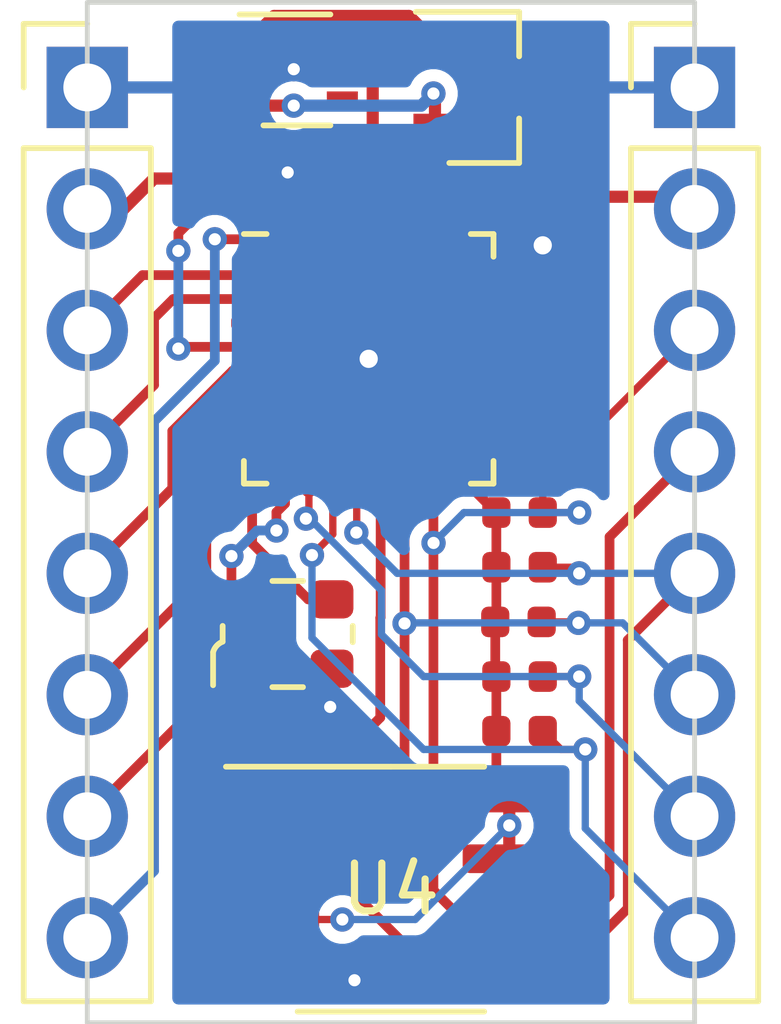
<source format=kicad_pcb>
(kicad_pcb (version 20171130) (host pcbnew "(5.1.6)-1")

  (general
    (thickness 1.6)
    (drawings 4)
    (tracks 217)
    (zones 0)
    (modules 15)
    (nets 18)
  )

  (page A4)
  (layers
    (0 F.Cu signal)
    (31 B.Cu signal)
    (32 B.Adhes user)
    (33 F.Adhes user)
    (34 B.Paste user hide)
    (35 F.Paste user hide)
    (36 B.SilkS user hide)
    (37 F.SilkS user hide)
    (38 B.Mask user hide)
    (39 F.Mask user hide)
    (40 Dwgs.User user hide)
    (41 Cmts.User user hide)
    (42 Eco1.User user hide)
    (43 Eco2.User user hide)
    (44 Edge.Cuts user)
    (45 Margin user hide)
    (46 B.CrtYd user hide)
    (47 F.CrtYd user hide)
    (48 B.Fab user hide)
    (49 F.Fab user hide)
  )

  (setup
    (last_trace_width 0.1524)
    (user_trace_width 0.1524)
    (user_trace_width 0.2032)
    (user_trace_width 0.254)
    (trace_clearance 0.1524)
    (zone_clearance 0.254)
    (zone_45_only yes)
    (trace_min 0.1524)
    (via_size 0.508)
    (via_drill 0.254)
    (via_min_size 0.508)
    (via_min_drill 0.254)
    (user_via 0.508 0.254)
    (user_via 0.635 0.381)
    (uvia_size 0.508)
    (uvia_drill 0.254)
    (uvias_allowed no)
    (uvia_min_size 0.508)
    (uvia_min_drill 0.254)
    (edge_width 0.05)
    (segment_width 0.2)
    (pcb_text_width 0.3)
    (pcb_text_size 1.5 1.5)
    (mod_edge_width 0.12)
    (mod_text_size 1 1)
    (mod_text_width 0.15)
    (pad_size 1.524 1.524)
    (pad_drill 0.762)
    (pad_to_mask_clearance 0.0508)
    (solder_mask_min_width 0.1016)
    (aux_axis_origin 0 0)
    (visible_elements 7FFFFFFF)
    (pcbplotparams
      (layerselection 0x010fc_ffffffff)
      (usegerberextensions false)
      (usegerberattributes true)
      (usegerberadvancedattributes true)
      (creategerberjobfile true)
      (excludeedgelayer true)
      (linewidth 0.100000)
      (plotframeref false)
      (viasonmask false)
      (mode 1)
      (useauxorigin false)
      (hpglpennumber 1)
      (hpglpenspeed 20)
      (hpglpendiameter 15.000000)
      (psnegative false)
      (psa4output false)
      (plotreference true)
      (plotvalue true)
      (plotinvisibletext false)
      (padsonsilk false)
      (subtractmaskfromsilk false)
      (outputformat 1)
      (mirror false)
      (drillshape 0)
      (scaleselection 1)
      (outputdirectory "gerbers/"))
  )

  (net 0 "")
  (net 1 GND)
  (net 2 +3V3)
  (net 3 +1V2)
  (net 4 +2V5)
  (net 5 "Net-(J1-Pad8)")
  (net 6 "Net-(J1-Pad7)")
  (net 7 "Net-(J1-Pad6)")
  (net 8 "Net-(J1-Pad5)")
  (net 9 "Net-(J1-Pad4)")
  (net 10 "Net-(J1-Pad3)")
  (net 11 CDONE)
  (net 12 CRESET)
  (net 13 CS0)
  (net 14 MOSI)
  (net 15 MISO)
  (net 16 SCK)
  (net 17 CLK)

  (net_class Default "This is the default net class."
    (clearance 0.1524)
    (trace_width 0.1524)
    (via_dia 0.508)
    (via_drill 0.254)
    (uvia_dia 0.508)
    (uvia_drill 0.254)
    (diff_pair_width 0.1524)
    (diff_pair_gap 0.1524)
    (add_net +1V2)
    (add_net +2V5)
    (add_net +3V3)
    (add_net CDONE)
    (add_net CLK)
    (add_net CRESET)
    (add_net CS0)
    (add_net GND)
    (add_net MISO)
    (add_net MOSI)
    (add_net "Net-(J1-Pad3)")
    (add_net "Net-(J1-Pad4)")
    (add_net "Net-(J1-Pad5)")
    (add_net "Net-(J1-Pad6)")
    (add_net "Net-(J1-Pad7)")
    (add_net "Net-(J1-Pad8)")
    (add_net SCK)
  )

  (module Capacitor_SMD:C_0402_1005Metric (layer F.Cu) (tedit 5B301BBE) (tstamp 5F7C7D01)
    (at 115.547 50.8)
    (descr "Capacitor SMD 0402 (1005 Metric), square (rectangular) end terminal, IPC_7351 nominal, (Body size source: http://www.tortai-tech.com/upload/download/2011102023233369053.pdf), generated with kicad-footprint-generator")
    (tags capacitor)
    (path /5F9298BA)
    (attr smd)
    (fp_text reference C3 (at 0 -1.17) (layer F.SilkS) hide
      (effects (font (size 1 1) (thickness 0.15)))
    )
    (fp_text value 1uF (at 0.127 0.762) (layer F.Fab) hide
      (effects (font (size 1 1) (thickness 0.15)))
    )
    (fp_line (start 0.93 0.47) (end -0.93 0.47) (layer F.CrtYd) (width 0.05))
    (fp_line (start 0.93 -0.47) (end 0.93 0.47) (layer F.CrtYd) (width 0.05))
    (fp_line (start -0.93 -0.47) (end 0.93 -0.47) (layer F.CrtYd) (width 0.05))
    (fp_line (start -0.93 0.47) (end -0.93 -0.47) (layer F.CrtYd) (width 0.05))
    (fp_line (start 0.5 0.25) (end -0.5 0.25) (layer F.Fab) (width 0.1))
    (fp_line (start 0.5 -0.25) (end 0.5 0.25) (layer F.Fab) (width 0.1))
    (fp_line (start -0.5 -0.25) (end 0.5 -0.25) (layer F.Fab) (width 0.1))
    (fp_line (start -0.5 0.25) (end -0.5 -0.25) (layer F.Fab) (width 0.1))
    (fp_text user %R (at 0 0) (layer F.Fab)
      (effects (font (size 0.25 0.25) (thickness 0.04)))
    )
    (pad 2 smd roundrect (at 0.485 0) (size 0.59 0.64) (layers F.Cu F.Paste F.Mask) (roundrect_rratio 0.25)
      (net 1 GND))
    (pad 1 smd roundrect (at -0.485 0) (size 0.59 0.64) (layers F.Cu F.Paste F.Mask) (roundrect_rratio 0.25)
      (net 2 +3V3))
    (model ${KISYS3DMOD}/Capacitor_SMD.3dshapes/C_0402_1005Metric.wrl
      (at (xyz 0 0 0))
      (scale (xyz 1 1 1))
      (rotate (xyz 0 0 0))
    )
  )

  (module Capacitor_SMD:C_0402_1005Metric (layer F.Cu) (tedit 5B301BBE) (tstamp 5F7BEC48)
    (at 118.133 50.673 180)
    (descr "Capacitor SMD 0402 (1005 Metric), square (rectangular) end terminal, IPC_7351 nominal, (Body size source: http://www.tortai-tech.com/upload/download/2011102023233369053.pdf), generated with kicad-footprint-generator")
    (tags capacitor)
    (path /5F7D9D04)
    (attr smd)
    (fp_text reference C2 (at 0 -1.17) (layer F.SilkS) hide
      (effects (font (size 1 1) (thickness 0.15)))
    )
    (fp_text value 1uF (at 0 1.17) (layer B.Fab) hide
      (effects (font (size 1 1) (thickness 0.15)) (justify mirror))
    )
    (fp_line (start 0.93 0.47) (end -0.93 0.47) (layer F.CrtYd) (width 0.05))
    (fp_line (start 0.93 -0.47) (end 0.93 0.47) (layer F.CrtYd) (width 0.05))
    (fp_line (start -0.93 -0.47) (end 0.93 -0.47) (layer F.CrtYd) (width 0.05))
    (fp_line (start -0.93 0.47) (end -0.93 -0.47) (layer F.CrtYd) (width 0.05))
    (fp_line (start 0.5 0.25) (end -0.5 0.25) (layer F.Fab) (width 0.1))
    (fp_line (start 0.5 -0.25) (end 0.5 0.25) (layer F.Fab) (width 0.1))
    (fp_line (start -0.5 -0.25) (end 0.5 -0.25) (layer F.Fab) (width 0.1))
    (fp_line (start -0.5 0.25) (end -0.5 -0.25) (layer F.Fab) (width 0.1))
    (fp_text user %R (at 0 0) (layer F.Fab)
      (effects (font (size 0.25 0.25) (thickness 0.04)))
    )
    (pad 2 smd roundrect (at 0.485 0 180) (size 0.59 0.64) (layers F.Cu F.Paste F.Mask) (roundrect_rratio 0.25)
      (net 1 GND))
    (pad 1 smd roundrect (at -0.485 0 180) (size 0.59 0.64) (layers F.Cu F.Paste F.Mask) (roundrect_rratio 0.25)
      (net 3 +1V2))
    (model ${KISYS3DMOD}/Capacitor_SMD.3dshapes/C_0402_1005Metric.wrl
      (at (xyz 0 0 0))
      (scale (xyz 1 1 1))
      (rotate (xyz 0 0 0))
    )
  )

  (module Capacitor_SMD:C_0402_1005Metric (layer F.Cu) (tedit 5B301BBE) (tstamp 5F7BEC37)
    (at 122.578 51.181 180)
    (descr "Capacitor SMD 0402 (1005 Metric), square (rectangular) end terminal, IPC_7351 nominal, (Body size source: http://www.tortai-tech.com/upload/download/2011102023233369053.pdf), generated with kicad-footprint-generator")
    (tags capacitor)
    (path /5F7C10FF)
    (attr smd)
    (fp_text reference C1 (at 0 -1.17) (layer F.SilkS) hide
      (effects (font (size 1 1) (thickness 0.15)))
    )
    (fp_text value 1uF (at 0 1.17) (layer F.Fab) hide
      (effects (font (size 1 1) (thickness 0.15)))
    )
    (fp_line (start 0.93 0.47) (end -0.93 0.47) (layer F.CrtYd) (width 0.05))
    (fp_line (start 0.93 -0.47) (end 0.93 0.47) (layer F.CrtYd) (width 0.05))
    (fp_line (start -0.93 -0.47) (end 0.93 -0.47) (layer F.CrtYd) (width 0.05))
    (fp_line (start -0.93 0.47) (end -0.93 -0.47) (layer F.CrtYd) (width 0.05))
    (fp_line (start 0.5 0.25) (end -0.5 0.25) (layer F.Fab) (width 0.1))
    (fp_line (start 0.5 -0.25) (end 0.5 0.25) (layer F.Fab) (width 0.1))
    (fp_line (start -0.5 -0.25) (end 0.5 -0.25) (layer F.Fab) (width 0.1))
    (fp_line (start -0.5 0.25) (end -0.5 -0.25) (layer F.Fab) (width 0.1))
    (fp_text user %R (at 0 0) (layer F.Fab)
      (effects (font (size 0.25 0.25) (thickness 0.04)))
    )
    (pad 2 smd roundrect (at 0.485 0 180) (size 0.59 0.64) (layers F.Cu F.Paste F.Mask) (roundrect_rratio 0.25)
      (net 1 GND))
    (pad 1 smd roundrect (at -0.485 0 180) (size 0.59 0.64) (layers F.Cu F.Paste F.Mask) (roundrect_rratio 0.25)
      (net 2 +3V3))
    (model ${KISYS3DMOD}/Capacitor_SMD.3dshapes/C_0402_1005Metric.wrl
      (at (xyz 0 0 0))
      (scale (xyz 1 1 1))
      (rotate (xyz 0 0 0))
    )
  )

  (module Resistor_SMD:R_0402_1005Metric (layer F.Cu) (tedit 5B301BBD) (tstamp 5F7BECEA)
    (at 121.689 57.785)
    (descr "Resistor SMD 0402 (1005 Metric), square (rectangular) end terminal, IPC_7351 nominal, (Body size source: http://www.tortai-tech.com/upload/download/2011102023233369053.pdf), generated with kicad-footprint-generator")
    (tags resistor)
    (path /5F7DE0BA)
    (attr smd)
    (fp_text reference R5 (at 0 -1.17) (layer F.SilkS) hide
      (effects (font (size 1 1) (thickness 0.15)))
    )
    (fp_text value 10k (at 0 1.17) (layer F.Fab) hide
      (effects (font (size 1 1) (thickness 0.15)))
    )
    (fp_line (start 0.93 0.47) (end -0.93 0.47) (layer F.CrtYd) (width 0.05))
    (fp_line (start 0.93 -0.47) (end 0.93 0.47) (layer F.CrtYd) (width 0.05))
    (fp_line (start -0.93 -0.47) (end 0.93 -0.47) (layer F.CrtYd) (width 0.05))
    (fp_line (start -0.93 0.47) (end -0.93 -0.47) (layer F.CrtYd) (width 0.05))
    (fp_line (start 0.5 0.25) (end -0.5 0.25) (layer F.Fab) (width 0.1))
    (fp_line (start 0.5 -0.25) (end 0.5 0.25) (layer F.Fab) (width 0.1))
    (fp_line (start -0.5 -0.25) (end 0.5 -0.25) (layer F.Fab) (width 0.1))
    (fp_line (start -0.5 0.25) (end -0.5 -0.25) (layer F.Fab) (width 0.1))
    (fp_text user %R (at 0 0) (layer F.Fab)
      (effects (font (size 0.25 0.25) (thickness 0.04)))
    )
    (pad 2 smd roundrect (at 0.485 0) (size 0.59 0.64) (layers F.Cu F.Paste F.Mask) (roundrect_rratio 0.25)
      (net 16 SCK))
    (pad 1 smd roundrect (at -0.485 0) (size 0.59 0.64) (layers F.Cu F.Paste F.Mask) (roundrect_rratio 0.25)
      (net 2 +3V3))
    (model ${KISYS3DMOD}/Resistor_SMD.3dshapes/R_0402_1005Metric.wrl
      (at (xyz 0 0 0))
      (scale (xyz 1 1 1))
      (rotate (xyz 0 0 0))
    )
  )

  (module Resistor_SMD:R_0402_1005Metric (layer F.Cu) (tedit 5B301BBD) (tstamp 5F7BECD9)
    (at 121.689 58.928)
    (descr "Resistor SMD 0402 (1005 Metric), square (rectangular) end terminal, IPC_7351 nominal, (Body size source: http://www.tortai-tech.com/upload/download/2011102023233369053.pdf), generated with kicad-footprint-generator")
    (tags resistor)
    (path /5F7DEE74)
    (attr smd)
    (fp_text reference R4 (at 0 -1.17) (layer F.SilkS) hide
      (effects (font (size 1 1) (thickness 0.15)))
    )
    (fp_text value 10k (at 0 1.17) (layer F.Fab) hide
      (effects (font (size 1 1) (thickness 0.15)))
    )
    (fp_line (start 0.93 0.47) (end -0.93 0.47) (layer F.CrtYd) (width 0.05))
    (fp_line (start 0.93 -0.47) (end 0.93 0.47) (layer F.CrtYd) (width 0.05))
    (fp_line (start -0.93 -0.47) (end 0.93 -0.47) (layer F.CrtYd) (width 0.05))
    (fp_line (start -0.93 0.47) (end -0.93 -0.47) (layer F.CrtYd) (width 0.05))
    (fp_line (start 0.5 0.25) (end -0.5 0.25) (layer F.Fab) (width 0.1))
    (fp_line (start 0.5 -0.25) (end 0.5 0.25) (layer F.Fab) (width 0.1))
    (fp_line (start -0.5 -0.25) (end 0.5 -0.25) (layer F.Fab) (width 0.1))
    (fp_line (start -0.5 0.25) (end -0.5 -0.25) (layer F.Fab) (width 0.1))
    (fp_text user %R (at 0 0) (layer F.Fab)
      (effects (font (size 0.25 0.25) (thickness 0.04)))
    )
    (pad 2 smd roundrect (at 0.485 0) (size 0.59 0.64) (layers F.Cu F.Paste F.Mask) (roundrect_rratio 0.25)
      (net 14 MOSI))
    (pad 1 smd roundrect (at -0.485 0) (size 0.59 0.64) (layers F.Cu F.Paste F.Mask) (roundrect_rratio 0.25)
      (net 2 +3V3))
    (model ${KISYS3DMOD}/Resistor_SMD.3dshapes/R_0402_1005Metric.wrl
      (at (xyz 0 0 0))
      (scale (xyz 1 1 1))
      (rotate (xyz 0 0 0))
    )
  )

  (module Resistor_SMD:R_0402_1005Metric (layer F.Cu) (tedit 5B301BBD) (tstamp 5F7BECC8)
    (at 121.666 60.071)
    (descr "Resistor SMD 0402 (1005 Metric), square (rectangular) end terminal, IPC_7351 nominal, (Body size source: http://www.tortai-tech.com/upload/download/2011102023233369053.pdf), generated with kicad-footprint-generator")
    (tags resistor)
    (path /5F7DF16B)
    (attr smd)
    (fp_text reference R3 (at 0 -1.17) (layer F.SilkS) hide
      (effects (font (size 1 1) (thickness 0.15)))
    )
    (fp_text value 10k (at 0 1.17) (layer F.Fab) hide
      (effects (font (size 1 1) (thickness 0.15)))
    )
    (fp_line (start 0.93 0.47) (end -0.93 0.47) (layer F.CrtYd) (width 0.05))
    (fp_line (start 0.93 -0.47) (end 0.93 0.47) (layer F.CrtYd) (width 0.05))
    (fp_line (start -0.93 -0.47) (end 0.93 -0.47) (layer F.CrtYd) (width 0.05))
    (fp_line (start -0.93 0.47) (end -0.93 -0.47) (layer F.CrtYd) (width 0.05))
    (fp_line (start 0.5 0.25) (end -0.5 0.25) (layer F.Fab) (width 0.1))
    (fp_line (start 0.5 -0.25) (end 0.5 0.25) (layer F.Fab) (width 0.1))
    (fp_line (start -0.5 -0.25) (end 0.5 -0.25) (layer F.Fab) (width 0.1))
    (fp_line (start -0.5 0.25) (end -0.5 -0.25) (layer F.Fab) (width 0.1))
    (fp_text user %R (at 0 0) (layer F.Fab)
      (effects (font (size 0.25 0.25) (thickness 0.04)))
    )
    (pad 2 smd roundrect (at 0.485 0) (size 0.59 0.64) (layers F.Cu F.Paste F.Mask) (roundrect_rratio 0.25)
      (net 13 CS0))
    (pad 1 smd roundrect (at -0.485 0) (size 0.59 0.64) (layers F.Cu F.Paste F.Mask) (roundrect_rratio 0.25)
      (net 2 +3V3))
    (model ${KISYS3DMOD}/Resistor_SMD.3dshapes/R_0402_1005Metric.wrl
      (at (xyz 0 0 0))
      (scale (xyz 1 1 1))
      (rotate (xyz 0 0 0))
    )
  )

  (module Resistor_SMD:R_0402_1005Metric (layer F.Cu) (tedit 5B301BBD) (tstamp 5F7BECB7)
    (at 121.689 62.357)
    (descr "Resistor SMD 0402 (1005 Metric), square (rectangular) end terminal, IPC_7351 nominal, (Body size source: http://www.tortai-tech.com/upload/download/2011102023233369053.pdf), generated with kicad-footprint-generator")
    (tags resistor)
    (path /5F7E9E4E)
    (attr smd)
    (fp_text reference R2 (at 0 -1.17) (layer F.SilkS) hide
      (effects (font (size 1 1) (thickness 0.15)))
    )
    (fp_text value 10k (at 0 1.17) (layer F.Fab) hide
      (effects (font (size 1 1) (thickness 0.15)))
    )
    (fp_line (start 0.93 0.47) (end -0.93 0.47) (layer F.CrtYd) (width 0.05))
    (fp_line (start 0.93 -0.47) (end 0.93 0.47) (layer F.CrtYd) (width 0.05))
    (fp_line (start -0.93 -0.47) (end 0.93 -0.47) (layer F.CrtYd) (width 0.05))
    (fp_line (start -0.93 0.47) (end -0.93 -0.47) (layer F.CrtYd) (width 0.05))
    (fp_line (start 0.5 0.25) (end -0.5 0.25) (layer F.Fab) (width 0.1))
    (fp_line (start 0.5 -0.25) (end 0.5 0.25) (layer F.Fab) (width 0.1))
    (fp_line (start -0.5 -0.25) (end 0.5 -0.25) (layer F.Fab) (width 0.1))
    (fp_line (start -0.5 0.25) (end -0.5 -0.25) (layer F.Fab) (width 0.1))
    (fp_text user %R (at 0 0) (layer F.Fab)
      (effects (font (size 0.25 0.25) (thickness 0.04)))
    )
    (pad 2 smd roundrect (at 0.485 0) (size 0.59 0.64) (layers F.Cu F.Paste F.Mask) (roundrect_rratio 0.25)
      (net 11 CDONE))
    (pad 1 smd roundrect (at -0.485 0) (size 0.59 0.64) (layers F.Cu F.Paste F.Mask) (roundrect_rratio 0.25)
      (net 2 +3V3))
    (model ${KISYS3DMOD}/Resistor_SMD.3dshapes/R_0402_1005Metric.wrl
      (at (xyz 0 0 0))
      (scale (xyz 1 1 1))
      (rotate (xyz 0 0 0))
    )
  )

  (module Resistor_SMD:R_0402_1005Metric (layer F.Cu) (tedit 5B301BBD) (tstamp 5F7BECA6)
    (at 121.689 61.214)
    (descr "Resistor SMD 0402 (1005 Metric), square (rectangular) end terminal, IPC_7351 nominal, (Body size source: http://www.tortai-tech.com/upload/download/2011102023233369053.pdf), generated with kicad-footprint-generator")
    (tags resistor)
    (path /5F7E9495)
    (attr smd)
    (fp_text reference R1 (at 0 -1.17) (layer F.SilkS) hide
      (effects (font (size 1 1) (thickness 0.15)))
    )
    (fp_text value 10k (at 0 1.17) (layer F.Fab) hide
      (effects (font (size 1 1) (thickness 0.15)))
    )
    (fp_line (start 0.93 0.47) (end -0.93 0.47) (layer F.CrtYd) (width 0.05))
    (fp_line (start 0.93 -0.47) (end 0.93 0.47) (layer F.CrtYd) (width 0.05))
    (fp_line (start -0.93 -0.47) (end 0.93 -0.47) (layer F.CrtYd) (width 0.05))
    (fp_line (start -0.93 0.47) (end -0.93 -0.47) (layer F.CrtYd) (width 0.05))
    (fp_line (start 0.5 0.25) (end -0.5 0.25) (layer F.Fab) (width 0.1))
    (fp_line (start 0.5 -0.25) (end 0.5 0.25) (layer F.Fab) (width 0.1))
    (fp_line (start -0.5 -0.25) (end 0.5 -0.25) (layer F.Fab) (width 0.1))
    (fp_line (start -0.5 0.25) (end -0.5 -0.25) (layer F.Fab) (width 0.1))
    (fp_text user %R (at 0 0) (layer F.Fab)
      (effects (font (size 0.25 0.25) (thickness 0.04)))
    )
    (pad 2 smd roundrect (at 0.485 0) (size 0.59 0.64) (layers F.Cu F.Paste F.Mask) (roundrect_rratio 0.25)
      (net 12 CRESET))
    (pad 1 smd roundrect (at -0.485 0) (size 0.59 0.64) (layers F.Cu F.Paste F.Mask) (roundrect_rratio 0.25)
      (net 2 +3V3))
    (model ${KISYS3DMOD}/Resistor_SMD.3dshapes/R_0402_1005Metric.wrl
      (at (xyz 0 0 0))
      (scale (xyz 1 1 1))
      (rotate (xyz 0 0 0))
    )
  )

  (module nezbyte:SOIC-8_3.9x4.9mm_P1.27mm (layer F.Cu) (tedit 5D9F72B1) (tstamp 5F7BED86)
    (at 118.999 65.659)
    (descr "SOIC, 8 Pin (JEDEC MS-012AA, https://www.analog.com/media/en/package-pcb-resources/package/pkg_pdf/soic_narrow-r/r_8.pdf), generated with kicad-footprint-generator ipc_gullwing_generator.py")
    (tags "SOIC SO")
    (path /5F7BB7E9)
    (attr smd)
    (fp_text reference U4 (at 0 0) (layer F.SilkS)
      (effects (font (size 1 1) (thickness 0.15)))
    )
    (fp_text value W25X10CLSNIG (at 0 3.4) (layer F.Fab) hide
      (effects (font (size 1 1) (thickness 0.15)))
    )
    (fp_line (start 0 2.56) (end 1.95 2.56) (layer F.SilkS) (width 0.12))
    (fp_line (start 0 2.56) (end -1.95 2.56) (layer F.SilkS) (width 0.12))
    (fp_line (start 0 -2.56) (end 1.95 -2.56) (layer F.SilkS) (width 0.12))
    (fp_line (start 0 -2.56) (end -3.45 -2.56) (layer F.SilkS) (width 0.12))
    (fp_line (start -0.975 -2.45) (end 1.95 -2.45) (layer F.Fab) (width 0.1))
    (fp_line (start 1.95 -2.45) (end 1.95 2.45) (layer F.Fab) (width 0.1))
    (fp_line (start 1.95 2.45) (end -1.95 2.45) (layer F.Fab) (width 0.1))
    (fp_line (start -1.95 2.45) (end -1.95 -1.475) (layer F.Fab) (width 0.1))
    (fp_line (start -1.95 -1.475) (end -0.975 -2.45) (layer F.Fab) (width 0.1))
    (fp_line (start -3.7 -2.7) (end -3.7 2.7) (layer F.CrtYd) (width 0.05))
    (fp_line (start -3.7 2.7) (end 3.7 2.7) (layer F.CrtYd) (width 0.05))
    (fp_line (start 3.7 2.7) (end 3.7 -2.7) (layer F.CrtYd) (width 0.05))
    (fp_line (start 3.7 -2.7) (end -3.7 -2.7) (layer F.CrtYd) (width 0.05))
    (fp_text user %R (at 0 0) (layer F.Fab)
      (effects (font (size 0.98 0.98) (thickness 0.15)))
    )
    (pad 8 smd roundrect (at 2.475 -1.905) (size 1.95 0.6) (layers F.Cu F.Paste F.Mask) (roundrect_rratio 0.25)
      (net 2 +3V3))
    (pad 7 smd roundrect (at 2.475 -0.635) (size 1.95 0.6) (layers F.Cu F.Paste F.Mask) (roundrect_rratio 0.25)
      (net 2 +3V3))
    (pad 6 smd roundrect (at 2.475 0.635) (size 1.95 0.6) (layers F.Cu F.Paste F.Mask) (roundrect_rratio 0.25)
      (net 16 SCK))
    (pad 5 smd roundrect (at 2.475 1.905) (size 1.95 0.6) (layers F.Cu F.Paste F.Mask) (roundrect_rratio 0.25)
      (net 14 MOSI))
    (pad 4 smd roundrect (at -2.475 1.905) (size 1.95 0.6) (layers F.Cu F.Paste F.Mask) (roundrect_rratio 0.25)
      (net 1 GND))
    (pad 3 smd roundrect (at -2.475 0.635) (size 1.95 0.6) (layers F.Cu F.Paste F.Mask) (roundrect_rratio 0.25)
      (net 2 +3V3))
    (pad 2 smd roundrect (at -2.475 -0.635) (size 1.95 0.6) (layers F.Cu F.Paste F.Mask) (roundrect_rratio 0.25)
      (net 15 MISO))
    (pad 1 smd roundrect (at -2.475 -1.905) (size 1.95 0.6) (layers F.Cu F.Paste F.Mask) (roundrect_rratio 0.25)
      (net 13 CS0))
    (model ${KISYS3DMOD}/Package_SO.3dshapes/SOIC-8_3.9x4.9mm_P1.27mm.wrl
      (at (xyz 0 0 0))
      (scale (xyz 1 1 1))
      (rotate (xyz 0 0 0))
    )
  )

  (module nezbyte:QFN-32-1EP_5x5mm_P0.5mm_EP3.1x3.1mm (layer F.Cu) (tedit 5DC5F6A4) (tstamp 5F7BED6C)
    (at 118.534 54.57)
    (descr "QFN, 32 Pin (http://ww1.microchip.com/downloads/en/DeviceDoc/8008S.pdf#page=20), generated with kicad-footprint-generator ipc_noLead_generator.py")
    (tags "QFN NoLead")
    (path /5F7B8898)
    (attr smd)
    (fp_text reference U3 (at 0 -3.82) (layer F.SilkS) hide
      (effects (font (size 1 1) (thickness 0.15)))
    )
    (fp_text value ICE40LP384-SG32 (at 0 3.82) (layer F.Fab) hide
      (effects (font (size 1 1) (thickness 0.15)))
    )
    (fp_line (start 2.135 -2.61) (end 2.61 -2.61) (layer F.SilkS) (width 0.12))
    (fp_line (start 2.61 -2.61) (end 2.61 -2.135) (layer F.SilkS) (width 0.12))
    (fp_line (start -2.135 2.61) (end -2.61 2.61) (layer F.SilkS) (width 0.12))
    (fp_line (start -2.61 2.61) (end -2.61 2.135) (layer F.SilkS) (width 0.12))
    (fp_line (start 2.135 2.61) (end 2.61 2.61) (layer F.SilkS) (width 0.12))
    (fp_line (start 2.61 2.61) (end 2.61 2.135) (layer F.SilkS) (width 0.12))
    (fp_line (start -2.135 -2.61) (end -2.61 -2.61) (layer F.SilkS) (width 0.12))
    (fp_line (start -1.5 -2.5) (end 2.5 -2.5) (layer F.Fab) (width 0.1))
    (fp_line (start 2.5 -2.5) (end 2.5 2.5) (layer F.Fab) (width 0.1))
    (fp_line (start 2.5 2.5) (end -2.5 2.5) (layer F.Fab) (width 0.1))
    (fp_line (start -2.5 2.5) (end -2.5 -1.5) (layer F.Fab) (width 0.1))
    (fp_line (start -2.5 -1.5) (end -1.5 -2.5) (layer F.Fab) (width 0.1))
    (fp_line (start -3.12 -3.12) (end -3.12 3.12) (layer F.CrtYd) (width 0.05))
    (fp_line (start -3.12 3.12) (end 3.12 3.12) (layer F.CrtYd) (width 0.05))
    (fp_line (start 3.12 3.12) (end 3.12 -3.12) (layer F.CrtYd) (width 0.05))
    (fp_line (start 3.12 -3.12) (end -3.12 -3.12) (layer F.CrtYd) (width 0.05))
    (fp_text user %R (at 0 0) (layer F.Fab)
      (effects (font (size 1 1) (thickness 0.15)))
    )
    (pad "" smd roundrect (at 1.03 1.03) (size 0.83 0.83) (layers F.Paste) (roundrect_rratio 0.25))
    (pad "" smd roundrect (at 1.03 0) (size 0.83 0.83) (layers F.Paste) (roundrect_rratio 0.25))
    (pad "" smd roundrect (at 1.03 -1.03) (size 0.83 0.83) (layers F.Paste) (roundrect_rratio 0.25))
    (pad "" smd roundrect (at 0 1.03) (size 0.83 0.83) (layers F.Paste) (roundrect_rratio 0.25))
    (pad "" smd roundrect (at 0 0) (size 0.83 0.83) (layers F.Paste) (roundrect_rratio 0.25))
    (pad "" smd roundrect (at 0 -1.03) (size 0.83 0.83) (layers F.Paste) (roundrect_rratio 0.25))
    (pad "" smd roundrect (at -1.03 1.03) (size 0.83 0.83) (layers F.Paste) (roundrect_rratio 0.25))
    (pad "" smd roundrect (at -1.03 0) (size 0.83 0.83) (layers F.Paste) (roundrect_rratio 0.25))
    (pad "" smd roundrect (at -1.03 -1.03) (size 0.83 0.83) (layers F.Paste) (roundrect_rratio 0.25))
    (pad 33 smd rect (at 0 0) (size 3.1 3.1) (layers F.Cu F.Mask)
      (net 1 GND))
    (pad 32 smd roundrect (at -1.75 -2.4375) (size 0.25 0.875) (layers F.Cu F.Paste F.Mask) (roundrect_rratio 0.25)
      (net 5 "Net-(J1-Pad8)"))
    (pad 31 smd roundrect (at -1.25 -2.4375) (size 0.25 0.875) (layers F.Cu F.Paste F.Mask) (roundrect_rratio 0.25))
    (pad 30 smd roundrect (at -0.75 -2.4375) (size 0.25 0.875) (layers F.Cu F.Paste F.Mask) (roundrect_rratio 0.25))
    (pad 29 smd roundrect (at -0.25 -2.4375) (size 0.25 0.875) (layers F.Cu F.Paste F.Mask) (roundrect_rratio 0.25))
    (pad 28 smd roundrect (at 0.25 -2.4375) (size 0.25 0.875) (layers F.Cu F.Paste F.Mask) (roundrect_rratio 0.25)
      (net 2 +3V3))
    (pad 27 smd roundrect (at 0.75 -2.4375) (size 0.25 0.875) (layers F.Cu F.Paste F.Mask) (roundrect_rratio 0.25))
    (pad 26 smd roundrect (at 1.25 -2.4375) (size 0.25 0.875) (layers F.Cu F.Paste F.Mask) (roundrect_rratio 0.25))
    (pad 25 smd roundrect (at 1.75 -2.4375) (size 0.25 0.875) (layers F.Cu F.Paste F.Mask) (roundrect_rratio 0.25)
      (net 3 +1V2))
    (pad 24 smd roundrect (at 2.4375 -1.75) (size 0.875 0.25) (layers F.Cu F.Paste F.Mask) (roundrect_rratio 0.25)
      (net 4 +2V5))
    (pad 23 smd roundrect (at 2.4375 -1.25) (size 0.875 0.25) (layers F.Cu F.Paste F.Mask) (roundrect_rratio 0.25))
    (pad 22 smd roundrect (at 2.4375 -0.75) (size 0.875 0.25) (layers F.Cu F.Paste F.Mask) (roundrect_rratio 0.25))
    (pad 21 smd roundrect (at 2.4375 -0.25) (size 0.875 0.25) (layers F.Cu F.Paste F.Mask) (roundrect_rratio 0.25)
      (net 1 GND))
    (pad 20 smd roundrect (at 2.4375 0.25) (size 0.875 0.25) (layers F.Cu F.Paste F.Mask) (roundrect_rratio 0.25))
    (pad 19 smd roundrect (at 2.4375 0.75) (size 0.875 0.25) (layers F.Cu F.Paste F.Mask) (roundrect_rratio 0.25))
    (pad 18 smd roundrect (at 2.4375 1.25) (size 0.875 0.25) (layers F.Cu F.Paste F.Mask) (roundrect_rratio 0.25))
    (pad 17 smd roundrect (at 2.4375 1.75) (size 0.875 0.25) (layers F.Cu F.Paste F.Mask) (roundrect_rratio 0.25)
      (net 2 +3V3))
    (pad 16 smd roundrect (at 1.75 2.4375) (size 0.25 0.875) (layers F.Cu F.Paste F.Mask) (roundrect_rratio 0.25)
      (net 2 +3V3))
    (pad 15 smd roundrect (at 1.25 2.4375) (size 0.25 0.875) (layers F.Cu F.Paste F.Mask) (roundrect_rratio 0.25)
      (net 16 SCK))
    (pad 14 smd roundrect (at 0.75 2.4375) (size 0.25 0.875) (layers F.Cu F.Paste F.Mask) (roundrect_rratio 0.25)
      (net 13 CS0))
    (pad 13 smd roundrect (at 0.25 2.4375) (size 0.25 0.875) (layers F.Cu F.Paste F.Mask) (roundrect_rratio 0.25)
      (net 15 MISO))
    (pad 12 smd roundrect (at -0.25 2.4375) (size 0.25 0.875) (layers F.Cu F.Paste F.Mask) (roundrect_rratio 0.25)
      (net 14 MOSI))
    (pad 11 smd roundrect (at -0.75 2.4375) (size 0.25 0.875) (layers F.Cu F.Paste F.Mask) (roundrect_rratio 0.25)
      (net 11 CDONE))
    (pad 10 smd roundrect (at -1.25 2.4375) (size 0.25 0.875) (layers F.Cu F.Paste F.Mask) (roundrect_rratio 0.25)
      (net 12 CRESET))
    (pad 9 smd roundrect (at -1.75 2.4375) (size 0.25 0.875) (layers F.Cu F.Paste F.Mask) (roundrect_rratio 0.25)
      (net 2 +3V3))
    (pad 8 smd roundrect (at -2.4375 1.75) (size 0.875 0.25) (layers F.Cu F.Paste F.Mask) (roundrect_rratio 0.25)
      (net 17 CLK))
    (pad 7 smd roundrect (at -2.4375 1.25) (size 0.875 0.25) (layers F.Cu F.Paste F.Mask) (roundrect_rratio 0.25)
      (net 6 "Net-(J1-Pad7)"))
    (pad 6 smd roundrect (at -2.4375 0.75) (size 0.875 0.25) (layers F.Cu F.Paste F.Mask) (roundrect_rratio 0.25)
      (net 7 "Net-(J1-Pad6)"))
    (pad 5 smd roundrect (at -2.4375 0.25) (size 0.875 0.25) (layers F.Cu F.Paste F.Mask) (roundrect_rratio 0.25)
      (net 8 "Net-(J1-Pad5)"))
    (pad 4 smd roundrect (at -2.4375 -0.25) (size 0.875 0.25) (layers F.Cu F.Paste F.Mask) (roundrect_rratio 0.25)
      (net 2 +3V3))
    (pad 3 smd roundrect (at -2.4375 -0.75) (size 0.875 0.25) (layers F.Cu F.Paste F.Mask) (roundrect_rratio 0.25)
      (net 1 GND))
    (pad 2 smd roundrect (at -2.4375 -1.25) (size 0.875 0.25) (layers F.Cu F.Paste F.Mask) (roundrect_rratio 0.25)
      (net 9 "Net-(J1-Pad4)"))
    (pad 1 smd roundrect (at -2.4375 -1.75) (size 0.875 0.25) (layers F.Cu F.Paste F.Mask) (roundrect_rratio 0.25)
      (net 10 "Net-(J1-Pad3)"))
    (model ${KISYS3DMOD}/Package_DFN_QFN.3dshapes/QFN-32-1EP_5x5mm_P0.5mm_EP3.1x3.1mm.wrl
      (at (xyz 0 0 0))
      (scale (xyz 1 1 1))
      (rotate (xyz 0 0 0))
    )
  )

  (module nezbyte:Oscillator_SMD_ECS_2520MV-xxx-xx-4Pin_2.5x2.0mm (layer F.Cu) (tedit 5C2B7AE4) (tstamp 5F7BED2D)
    (at 116.84 60.325 90)
    (descr "Miniature Crystal Clock Oscillator ECS 2520MV series, https://www.ecsxtal.com/store/pdf/ECS-2520MV.pdf")
    (tags "Miniature Crystal Clock Oscillator ECS 2520MV series SMD SMT HCMOS")
    (path /5F7BF0C9)
    (attr smd)
    (fp_text reference U2 (at 2.032 0) (layer F.SilkS) hide
      (effects (font (size 1 1) (thickness 0.15)))
    )
    (fp_text value ECS-TXO-2520-33-250-AN-TR (at 0 2.5 -90) (layer F.Fab) hide
      (effects (font (size 1 1) (thickness 0.15)))
    )
    (fp_line (start -1 -0.75) (end -1 1.25) (layer F.Fab) (width 0.1))
    (fp_line (start 1 -1.25) (end 1 1.25) (layer F.Fab) (width 0.1))
    (fp_line (start -0.5 -1.25) (end 1 -1.25) (layer F.Fab) (width 0.1))
    (fp_line (start -1 1.25) (end 1 1.25) (layer F.Fab) (width 0.1))
    (fp_line (start -1 -0.75) (end -0.5 -1.25) (layer F.Fab) (width 0.1))
    (fp_line (start -0.17 1.36) (end 0.17 1.36) (layer F.SilkS) (width 0.12))
    (fp_line (start -0.16 -1.36) (end 0.17 -1.36) (layer F.SilkS) (width 0.12))
    (fp_line (start 1.11 0.32) (end 1.11 -0.32) (layer F.SilkS) (width 0.12))
    (fp_line (start -1.11 0.32) (end -1.11 -0.32) (layer F.SilkS) (width 0.12))
    (fp_line (start -0.38 -1.56) (end -1.07 -1.56) (layer F.SilkS) (width 0.12))
    (fp_line (start 1.38 -1.63) (end 1.38 1.63) (layer F.CrtYd) (width 0.05))
    (fp_line (start -1.38 1.63) (end 1.38 1.63) (layer F.CrtYd) (width 0.05))
    (fp_line (start -1.38 -1.63) (end -1.38 1.63) (layer F.CrtYd) (width 0.05))
    (fp_line (start -1.38 -1.63) (end 1.38 -1.63) (layer F.CrtYd) (width 0.05))
    (fp_arc (start -0.47 -1.24) (end -0.16 -1.36) (angle -53.13010235) (layer F.SilkS) (width 0.12))
    (fp_text user %R (at 0 0 180) (layer F.Fab)
      (effects (font (size 0.5 0.5) (thickness 0.075)))
    )
    (pad 3 smd roundrect (at 0.725 0.925 90) (size 0.8 0.9) (layers F.Cu F.Paste F.Mask) (roundrect_rratio 0.25)
      (net 17 CLK))
    (pad 2 smd roundrect (at -0.725 0.925 90) (size 0.8 0.9) (layers F.Cu F.Paste F.Mask) (roundrect_rratio 0.25)
      (net 1 GND))
    (pad 4 smd roundrect (at 0.725 -0.925 90) (size 0.8 0.9) (layers F.Cu F.Paste F.Mask) (roundrect_rratio 0.25)
      (net 2 +3V3))
    (pad 1 smd roundrect (at -0.725 -0.925 90) (size 0.8 0.9) (layers F.Cu F.Paste F.Mask) (roundrect_rratio 0.25))
    (model ${KISYS3DMOD}/Oscillator.3dshapes/Oscillator_SMD_ECS_2520MV-xxx-xx-4Pin_2.5x2.0mm.wrl
      (at (xyz 0 0 0))
      (scale (xyz 1 1 1))
      (rotate (xyz 0 0 0))
    )
  )

  (module nezbyte:SOT-353_SC-70-5 (layer F.Cu) (tedit 5A02FF57) (tstamp 5F7BED15)
    (at 117.033 48.529)
    (descr "SOT-353, SC-70-5")
    (tags "SOT-353 SC-70-5")
    (path /5F7BB1CA)
    (attr smd)
    (fp_text reference U1 (at 0 -2) (layer F.SilkS) hide
      (effects (font (size 1 1) (thickness 0.15)))
    )
    (fp_text value MIC5365-1.2YC5-TR (at 0 2 180) (layer F.Fab) hide
      (effects (font (size 1 1) (thickness 0.15)))
    )
    (fp_line (start 0.7 -1.16) (end -1.2 -1.16) (layer F.SilkS) (width 0.12))
    (fp_line (start -0.7 1.16) (end 0.7 1.16) (layer F.SilkS) (width 0.12))
    (fp_line (start 1.6 1.4) (end 1.6 -1.4) (layer F.CrtYd) (width 0.05))
    (fp_line (start -1.6 -1.4) (end -1.6 1.4) (layer F.CrtYd) (width 0.05))
    (fp_line (start -1.6 -1.4) (end 1.6 -1.4) (layer F.CrtYd) (width 0.05))
    (fp_line (start 0.675 -1.1) (end -0.175 -1.1) (layer F.Fab) (width 0.1))
    (fp_line (start -0.675 -0.6) (end -0.675 1.1) (layer F.Fab) (width 0.1))
    (fp_line (start -1.6 1.4) (end 1.6 1.4) (layer F.CrtYd) (width 0.05))
    (fp_line (start 0.675 -1.1) (end 0.675 1.1) (layer F.Fab) (width 0.1))
    (fp_line (start 0.675 1.1) (end -0.675 1.1) (layer F.Fab) (width 0.1))
    (fp_line (start -0.175 -1.1) (end -0.675 -0.6) (layer F.Fab) (width 0.1))
    (fp_text user %R (at 0 0 90) (layer F.Fab)
      (effects (font (size 0.5 0.5) (thickness 0.075)))
    )
    (pad 5 smd rect (at 0.95 -0.65) (size 0.65 0.4) (layers F.Cu F.Paste F.Mask)
      (net 3 +1V2))
    (pad 4 smd rect (at 0.95 0.65) (size 0.65 0.4) (layers F.Cu F.Paste F.Mask))
    (pad 2 smd rect (at -0.95 0) (size 0.65 0.4) (layers F.Cu F.Paste F.Mask)
      (net 1 GND))
    (pad 3 smd rect (at -0.95 0.65) (size 0.65 0.4) (layers F.Cu F.Paste F.Mask)
      (net 4 +2V5))
    (pad 1 smd rect (at -0.95 -0.65) (size 0.65 0.4) (layers F.Cu F.Paste F.Mask)
      (net 2 +3V3))
    (model ${KISYS3DMOD}/Package_TO_SOT_SMD.3dshapes/SOT-353_SC-70-5.wrl
      (at (xyz 0 0 0))
      (scale (xyz 1 1 1))
      (rotate (xyz 0 0 0))
    )
  )

  (module Connector_PinHeader_2.54mm:PinHeader_1x08_P2.54mm_Vertical (layer F.Cu) (tedit 59FED5CC) (tstamp 5F7BEC95)
    (at 125.349 48.895)
    (descr "Through hole straight pin header, 1x08, 2.54mm pitch, single row")
    (tags "Through hole pin header THT 1x08 2.54mm single row")
    (path /5F820866)
    (fp_text reference J2 (at 0 -2.33) (layer F.SilkS) hide
      (effects (font (size 1 1) (thickness 0.15)))
    )
    (fp_text value Conn_01x08 (at 0 20.11) (layer F.Fab) hide
      (effects (font (size 1 1) (thickness 0.15)))
    )
    (fp_line (start 1.8 -1.8) (end -1.8 -1.8) (layer F.CrtYd) (width 0.05))
    (fp_line (start 1.8 19.55) (end 1.8 -1.8) (layer F.CrtYd) (width 0.05))
    (fp_line (start -1.8 19.55) (end 1.8 19.55) (layer F.CrtYd) (width 0.05))
    (fp_line (start -1.8 -1.8) (end -1.8 19.55) (layer F.CrtYd) (width 0.05))
    (fp_line (start -1.33 -1.33) (end 0 -1.33) (layer F.SilkS) (width 0.12))
    (fp_line (start -1.33 0) (end -1.33 -1.33) (layer F.SilkS) (width 0.12))
    (fp_line (start -1.33 1.27) (end 1.33 1.27) (layer F.SilkS) (width 0.12))
    (fp_line (start 1.33 1.27) (end 1.33 19.11) (layer F.SilkS) (width 0.12))
    (fp_line (start -1.33 1.27) (end -1.33 19.11) (layer F.SilkS) (width 0.12))
    (fp_line (start -1.33 19.11) (end 1.33 19.11) (layer F.SilkS) (width 0.12))
    (fp_line (start -1.27 -0.635) (end -0.635 -1.27) (layer F.Fab) (width 0.1))
    (fp_line (start -1.27 19.05) (end -1.27 -0.635) (layer F.Fab) (width 0.1))
    (fp_line (start 1.27 19.05) (end -1.27 19.05) (layer F.Fab) (width 0.1))
    (fp_line (start 1.27 -1.27) (end 1.27 19.05) (layer F.Fab) (width 0.1))
    (fp_line (start -0.635 -1.27) (end 1.27 -1.27) (layer F.Fab) (width 0.1))
    (fp_text user %R (at 0 8.89 90) (layer F.Fab)
      (effects (font (size 1 1) (thickness 0.15)))
    )
    (pad 8 thru_hole oval (at 0 17.78) (size 1.7 1.7) (drill 1) (layers *.Cu *.Mask)
      (net 11 CDONE))
    (pad 7 thru_hole oval (at 0 15.24) (size 1.7 1.7) (drill 1) (layers *.Cu *.Mask)
      (net 12 CRESET))
    (pad 6 thru_hole oval (at 0 12.7) (size 1.7 1.7) (drill 1) (layers *.Cu *.Mask)
      (net 13 CS0))
    (pad 5 thru_hole oval (at 0 10.16) (size 1.7 1.7) (drill 1) (layers *.Cu *.Mask)
      (net 14 MOSI))
    (pad 4 thru_hole oval (at 0 7.62) (size 1.7 1.7) (drill 1) (layers *.Cu *.Mask)
      (net 15 MISO))
    (pad 3 thru_hole oval (at 0 5.08) (size 1.7 1.7) (drill 1) (layers *.Cu *.Mask)
      (net 16 SCK))
    (pad 2 thru_hole oval (at 0 2.54) (size 1.7 1.7) (drill 1) (layers *.Cu *.Mask)
      (net 2 +3V3))
    (pad 1 thru_hole rect (at 0 0) (size 1.7 1.7) (drill 1) (layers *.Cu *.Mask)
      (net 1 GND))
    (model ${KISYS3DMOD}/Connector_PinHeader_2.54mm.3dshapes/PinHeader_1x08_P2.54mm_Vertical.wrl
      (at (xyz 0 0 0))
      (scale (xyz 1 1 1))
      (rotate (xyz 0 0 0))
    )
  )

  (module Connector_PinHeader_2.54mm:PinHeader_1x08_P2.54mm_Vertical (layer F.Cu) (tedit 59FED5CC) (tstamp 5F7C10D6)
    (at 112.649 48.895)
    (descr "Through hole straight pin header, 1x08, 2.54mm pitch, single row")
    (tags "Through hole pin header THT 1x08 2.54mm single row")
    (path /5F819208)
    (fp_text reference J1 (at 0 -2.33) (layer F.SilkS) hide
      (effects (font (size 1 1) (thickness 0.15)))
    )
    (fp_text value Conn_01x08 (at 9.434 14.055) (layer F.Fab) hide
      (effects (font (size 1 1) (thickness 0.15)))
    )
    (fp_line (start 1.8 -1.8) (end -1.8 -1.8) (layer F.CrtYd) (width 0.05))
    (fp_line (start 1.8 19.55) (end 1.8 -1.8) (layer F.CrtYd) (width 0.05))
    (fp_line (start -1.8 19.55) (end 1.8 19.55) (layer F.CrtYd) (width 0.05))
    (fp_line (start -1.8 -1.8) (end -1.8 19.55) (layer F.CrtYd) (width 0.05))
    (fp_line (start -1.33 -1.33) (end 0 -1.33) (layer F.SilkS) (width 0.12))
    (fp_line (start -1.33 0) (end -1.33 -1.33) (layer F.SilkS) (width 0.12))
    (fp_line (start -1.33 1.27) (end 1.33 1.27) (layer F.SilkS) (width 0.12))
    (fp_line (start 1.33 1.27) (end 1.33 19.11) (layer F.SilkS) (width 0.12))
    (fp_line (start -1.33 1.27) (end -1.33 19.11) (layer F.SilkS) (width 0.12))
    (fp_line (start -1.33 19.11) (end 1.33 19.11) (layer F.SilkS) (width 0.12))
    (fp_line (start -1.27 -0.635) (end -0.635 -1.27) (layer F.Fab) (width 0.1))
    (fp_line (start -1.27 19.05) (end -1.27 -0.635) (layer F.Fab) (width 0.1))
    (fp_line (start 1.27 19.05) (end -1.27 19.05) (layer F.Fab) (width 0.1))
    (fp_line (start 1.27 -1.27) (end 1.27 19.05) (layer F.Fab) (width 0.1))
    (fp_line (start -0.635 -1.27) (end 1.27 -1.27) (layer F.Fab) (width 0.1))
    (fp_text user %R (at 0 8.89 90) (layer F.Fab)
      (effects (font (size 1 1) (thickness 0.15)))
    )
    (pad 8 thru_hole oval (at 0 17.78) (size 1.7 1.7) (drill 1) (layers *.Cu *.Mask)
      (net 5 "Net-(J1-Pad8)"))
    (pad 7 thru_hole oval (at 0 15.24) (size 1.7 1.7) (drill 1) (layers *.Cu *.Mask)
      (net 6 "Net-(J1-Pad7)"))
    (pad 6 thru_hole oval (at 0 12.7) (size 1.7 1.7) (drill 1) (layers *.Cu *.Mask)
      (net 7 "Net-(J1-Pad6)"))
    (pad 5 thru_hole oval (at 0 10.16) (size 1.7 1.7) (drill 1) (layers *.Cu *.Mask)
      (net 8 "Net-(J1-Pad5)"))
    (pad 4 thru_hole oval (at 0 7.62) (size 1.7 1.7) (drill 1) (layers *.Cu *.Mask)
      (net 9 "Net-(J1-Pad4)"))
    (pad 3 thru_hole oval (at 0 5.08) (size 1.7 1.7) (drill 1) (layers *.Cu *.Mask)
      (net 10 "Net-(J1-Pad3)"))
    (pad 2 thru_hole oval (at 0 2.54) (size 1.7 1.7) (drill 1) (layers *.Cu *.Mask)
      (net 2 +3V3))
    (pad 1 thru_hole rect (at 0 0) (size 1.7 1.7) (drill 1) (layers *.Cu *.Mask)
      (net 1 GND))
    (model ${KISYS3DMOD}/Connector_PinHeader_2.54mm.3dshapes/PinHeader_1x08_P2.54mm_Vertical.wrl
      (at (xyz 0 0 0))
      (scale (xyz 1 1 1))
      (rotate (xyz 0 0 0))
    )
  )

  (module nezbyte:SOT-23 (layer F.Cu) (tedit 5A02FF57) (tstamp 5F7BEC5D)
    (at 120.92 48.895)
    (descr "SOT-23, Standard")
    (tags SOT-23)
    (path /5F7BC85E)
    (attr smd)
    (fp_text reference D1 (at 0 -2.5) (layer F.SilkS) hide
      (effects (font (size 1 1) (thickness 0.15)))
    )
    (fp_text value TBAT54S,LM (at 0 2.5) (layer F.Fab) hide
      (effects (font (size 1 1) (thickness 0.15)))
    )
    (fp_line (start -0.7 -0.95) (end -0.7 1.5) (layer F.Fab) (width 0.1))
    (fp_line (start -0.15 -1.52) (end 0.7 -1.52) (layer F.Fab) (width 0.1))
    (fp_line (start -0.7 -0.95) (end -0.15 -1.52) (layer F.Fab) (width 0.1))
    (fp_line (start 0.7 -1.52) (end 0.7 1.52) (layer F.Fab) (width 0.1))
    (fp_line (start -0.7 1.52) (end 0.7 1.52) (layer F.Fab) (width 0.1))
    (fp_line (start 0.76 1.58) (end 0.76 0.65) (layer F.SilkS) (width 0.12))
    (fp_line (start 0.76 -1.58) (end 0.76 -0.65) (layer F.SilkS) (width 0.12))
    (fp_line (start -1.7 -1.75) (end 1.7 -1.75) (layer F.CrtYd) (width 0.05))
    (fp_line (start 1.7 -1.75) (end 1.7 1.75) (layer F.CrtYd) (width 0.05))
    (fp_line (start 1.7 1.75) (end -1.7 1.75) (layer F.CrtYd) (width 0.05))
    (fp_line (start -1.7 1.75) (end -1.7 -1.75) (layer F.CrtYd) (width 0.05))
    (fp_line (start 0.76 -1.58) (end -1.4 -1.58) (layer F.SilkS) (width 0.12))
    (fp_line (start 0.76 1.58) (end -0.7 1.58) (layer F.SilkS) (width 0.12))
    (fp_text user %R (at 0 0 90) (layer F.Fab)
      (effects (font (size 0.5 0.5) (thickness 0.075)))
    )
    (pad 3 smd rect (at 1 0) (size 0.9 0.8) (layers F.Cu F.Paste F.Mask))
    (pad 2 smd rect (at -1 0.95) (size 0.9 0.8) (layers F.Cu F.Paste F.Mask)
      (net 4 +2V5))
    (pad 1 smd rect (at -1 -0.95) (size 0.9 0.8) (layers F.Cu F.Paste F.Mask)
      (net 2 +3V3))
    (model ${KISYS3DMOD}/Package_TO_SOT_SMD.3dshapes/SOT-23.wrl
      (at (xyz 0 0 0))
      (scale (xyz 1 1 1))
      (rotate (xyz 0 0 0))
    )
  )

  (gr_line (start 125.349 47.117) (end 125.349 68.453) (layer Edge.Cuts) (width 0.1))
  (gr_line (start 112.649 47.117) (end 125.349 47.117) (layer Edge.Cuts) (width 0.1))
  (gr_line (start 112.649 68.453) (end 112.649 47.117) (layer Edge.Cuts) (width 0.1))
  (gr_line (start 125.349 68.453) (end 112.649 68.453) (layer Edge.Cuts) (width 0.1))

  (segment (start 118.784 54.32) (end 118.534 54.57) (width 0.1524) (layer F.Cu) (net 1))
  (segment (start 120.9715 54.32) (end 118.784 54.32) (width 0.1524) (layer F.Cu) (net 1))
  (segment (start 117.784 53.82) (end 118.534 54.57) (width 0.1524) (layer F.Cu) (net 1))
  (segment (start 116.0965 53.82) (end 117.784 53.82) (width 0.1524) (layer F.Cu) (net 1))
  (via (at 116.84 50.673) (size 0.508) (drill 0.254) (layers F.Cu B.Cu) (net 1))
  (segment (start 117.648 50.673) (end 116.84 50.673) (width 0.2032) (layer F.Cu) (net 1))
  (via (at 116.967 48.514) (size 0.508) (drill 0.254) (layers F.Cu B.Cu) (net 1))
  (segment (start 116.083 48.529) (end 116.952 48.529) (width 0.2032) (layer F.Cu) (net 1))
  (segment (start 116.952 48.529) (end 116.967 48.514) (width 0.2032) (layer F.Cu) (net 1))
  (via (at 118.237 67.564) (size 0.508) (drill 0.254) (layers F.Cu B.Cu) (net 1))
  (segment (start 116.524 67.564) (end 118.237 67.564) (width 0.254) (layer F.Cu) (net 1))
  (via (at 117.729 61.849) (size 0.508) (drill 0.254) (layers F.Cu B.Cu) (net 1))
  (segment (start 117.765 61.05) (end 117.765 61.813) (width 0.254) (layer F.Cu) (net 1))
  (segment (start 117.765 61.813) (end 117.729 61.849) (width 0.254) (layer F.Cu) (net 1))
  (segment (start 112.649 48.895) (end 114.681 48.895) (width 0.254) (layer B.Cu) (net 1))
  (segment (start 125.349 48.895) (end 123.063 48.895) (width 0.254) (layer B.Cu) (net 1))
  (via (at 118.534 54.57) (size 0.635) (drill 0.381) (layers F.Cu B.Cu) (net 1))
  (segment (start 116.159 50.673) (end 116.032 50.8) (width 0.2032) (layer F.Cu) (net 1))
  (segment (start 116.84 50.673) (end 116.159 50.673) (width 0.2032) (layer F.Cu) (net 1))
  (segment (start 122.093 52.116) (end 122.174 52.197) (width 0.2032) (layer F.Cu) (net 1))
  (segment (start 122.093 51.181) (end 122.093 52.116) (width 0.2032) (layer F.Cu) (net 1))
  (via (at 122.174 52.197) (size 0.635) (drill 0.381) (layers F.Cu B.Cu) (net 1))
  (segment (start 119.92 47.945) (end 119.7 47.945) (width 0.2032) (layer F.Cu) (net 2))
  (segment (start 120.284 57.0075) (end 120.284 56.5) (width 0.1524) (layer F.Cu) (net 2))
  (segment (start 120.464 56.32) (end 120.9715 56.32) (width 0.1524) (layer F.Cu) (net 2))
  (segment (start 120.284 56.5) (end 120.464 56.32) (width 0.1524) (layer F.Cu) (net 2))
  (segment (start 125.349 51.435) (end 124.968 51.435) (width 0.254) (layer F.Cu) (net 2))
  (via (at 117.983 66.294) (size 0.508) (drill 0.254) (layers F.Cu B.Cu) (net 2))
  (segment (start 116.524 66.294) (end 117.983 66.294) (width 0.1524) (layer F.Cu) (net 2))
  (segment (start 119.507 66.294) (end 121.474 64.327) (width 0.1524) (layer B.Cu) (net 2))
  (via (at 121.474 64.327) (size 0.508) (drill 0.254) (layers F.Cu B.Cu) (net 2))
  (segment (start 117.983 66.294) (end 119.507 66.294) (width 0.1524) (layer B.Cu) (net 2))
  (segment (start 121.474 63.754) (end 121.474 64.327) (width 0.254) (layer F.Cu) (net 2))
  (segment (start 121.474 64.327) (end 121.474 65.024) (width 0.254) (layer F.Cu) (net 2))
  (segment (start 119.92 47.945) (end 122.621 47.945) (width 0.254) (layer F.Cu) (net 2))
  (segment (start 123.063 48.387) (end 123.063 51.181) (width 0.254) (layer F.Cu) (net 2))
  (segment (start 122.621 47.945) (end 123.063 48.387) (width 0.254) (layer F.Cu) (net 2))
  (via (at 116.6045 58.160124) (size 0.508) (drill 0.254) (layers F.Cu B.Cu) (net 2))
  (via (at 115.663765 58.694436) (size 0.508) (drill 0.254) (layers F.Cu B.Cu) (net 2))
  (segment (start 116.6045 58.160124) (end 116.198077 58.160124) (width 0.2032) (layer B.Cu) (net 2))
  (segment (start 116.198077 58.160124) (end 115.663765 58.694436) (width 0.2032) (layer B.Cu) (net 2))
  (segment (start 115.663765 59.348765) (end 115.915 59.6) (width 0.2032) (layer F.Cu) (net 2))
  (segment (start 115.663765 58.694436) (end 115.663765 59.348765) (width 0.2032) (layer F.Cu) (net 2))
  (segment (start 121.734 56.32) (end 120.9715 56.32) (width 0.254) (layer F.Cu) (net 2))
  (segment (start 123.063 51.181) (end 123.063 54.991) (width 0.254) (layer F.Cu) (net 2))
  (segment (start 123.063 54.991) (end 121.734 56.32) (width 0.254) (layer F.Cu) (net 2))
  (segment (start 125.095 51.181) (end 123.063 51.181) (width 0.254) (layer F.Cu) (net 2))
  (segment (start 125.349 51.435) (end 125.095 51.181) (width 0.254) (layer F.Cu) (net 2))
  (segment (start 116.6045 58.160124) (end 116.6045 57.776658) (width 0.2032) (layer F.Cu) (net 2))
  (segment (start 116.784 57.597158) (end 116.784 57.0075) (width 0.2032) (layer F.Cu) (net 2))
  (segment (start 116.6045 57.776658) (end 116.784 57.597158) (width 0.2032) (layer F.Cu) (net 2))
  (segment (start 112.649 51.435) (end 113.411 51.435) (width 0.254) (layer F.Cu) (net 2))
  (segment (start 114.046 50.8) (end 115.062 50.8) (width 0.254) (layer F.Cu) (net 2))
  (segment (start 113.411 51.435) (end 114.046 50.8) (width 0.254) (layer F.Cu) (net 2))
  (via (at 114.554 52.312) (size 0.508) (drill 0.254) (layers F.Cu B.Cu) (net 2))
  (segment (start 114.554 52.312) (end 114.554 54.356) (width 0.2032) (layer B.Cu) (net 2))
  (segment (start 114.59 54.32) (end 114.554 54.356) (width 0.2032) (layer F.Cu) (net 2))
  (via (at 114.554 54.356) (size 0.508) (drill 0.254) (layers F.Cu B.Cu) (net 2))
  (segment (start 116.0965 54.32) (end 114.59 54.32) (width 0.2032) (layer F.Cu) (net 2))
  (segment (start 116.083 47.879) (end 115.316 47.879) (width 0.254) (layer F.Cu) (net 2))
  (segment (start 115.062 48.133) (end 115.062 50.8) (width 0.254) (layer F.Cu) (net 2))
  (segment (start 115.316 47.879) (end 115.062 48.133) (width 0.254) (layer F.Cu) (net 2))
  (segment (start 114.554 51.943) (end 114.554 52.312) (width 0.2032) (layer F.Cu) (net 2))
  (segment (start 115.062 51.435) (end 114.554 51.943) (width 0.2032) (layer F.Cu) (net 2))
  (segment (start 115.062 50.8) (end 115.062 51.435) (width 0.2032) (layer F.Cu) (net 2))
  (segment (start 116.083 47.879) (end 116.083 47.874) (width 0.254) (layer F.Cu) (net 2))
  (segment (start 119.374599 47.399599) (end 119.92 47.945) (width 0.254) (layer F.Cu) (net 2))
  (segment (start 116.557401 47.399599) (end 119.374599 47.399599) (width 0.254) (layer F.Cu) (net 2))
  (segment (start 116.083 47.874) (end 116.557401 47.399599) (width 0.254) (layer F.Cu) (net 2))
  (segment (start 118.618 51.435) (end 115.062 51.435) (width 0.2032) (layer F.Cu) (net 2))
  (segment (start 118.784 52.1325) (end 118.784 51.601) (width 0.2032) (layer F.Cu) (net 2))
  (segment (start 118.784 51.601) (end 118.618 51.435) (width 0.2032) (layer F.Cu) (net 2))
  (segment (start 120.4265 57.0075) (end 121.204 57.785) (width 0.2032) (layer F.Cu) (net 2))
  (segment (start 120.284 57.0075) (end 120.4265 57.0075) (width 0.2032) (layer F.Cu) (net 2))
  (segment (start 121.204 57.785) (end 121.204 58.928) (width 0.2032) (layer F.Cu) (net 2))
  (segment (start 121.204 60.048) (end 121.181 60.071) (width 0.2032) (layer F.Cu) (net 2))
  (segment (start 121.204 58.928) (end 121.204 60.048) (width 0.2032) (layer F.Cu) (net 2))
  (segment (start 121.181 61.191) (end 121.204 61.214) (width 0.2032) (layer F.Cu) (net 2))
  (segment (start 121.181 60.071) (end 121.181 61.191) (width 0.2032) (layer F.Cu) (net 2))
  (segment (start 121.204 61.214) (end 121.204 62.357) (width 0.2032) (layer F.Cu) (net 2))
  (segment (start 121.204 63.484) (end 121.474 63.754) (width 0.2032) (layer F.Cu) (net 2))
  (segment (start 121.204 62.357) (end 121.204 63.484) (width 0.2032) (layer F.Cu) (net 2))
  (segment (start 116.84 60.525) (end 115.915 59.6) (width 0.2032) (layer F.Cu) (net 2))
  (segment (start 116.84 61.722) (end 116.84 60.525) (width 0.2032) (layer F.Cu) (net 2))
  (segment (start 116.459 62.103) (end 116.84 61.722) (width 0.2032) (layer F.Cu) (net 2))
  (segment (start 114.808 65.151) (end 114.808 62.992) (width 0.2032) (layer F.Cu) (net 2))
  (segment (start 116.524 66.294) (end 115.951 66.294) (width 0.2032) (layer F.Cu) (net 2))
  (segment (start 115.951 66.294) (end 114.808 65.151) (width 0.2032) (layer F.Cu) (net 2))
  (segment (start 114.808 62.992) (end 115.697 62.103) (width 0.2032) (layer F.Cu) (net 2))
  (segment (start 115.697 62.103) (end 116.459 62.103) (width 0.2032) (layer F.Cu) (net 2))
  (segment (start 120.284 52.1325) (end 120.284 51.695) (width 0.2032) (layer F.Cu) (net 3))
  (segment (start 117.983 47.879) (end 118.491 47.879) (width 0.254) (layer F.Cu) (net 3))
  (segment (start 118.618 48.006) (end 118.618 50.673) (width 0.254) (layer F.Cu) (net 3))
  (segment (start 118.491 47.879) (end 118.618 48.006) (width 0.254) (layer F.Cu) (net 3))
  (segment (start 118.618 50.673) (end 119.761 50.673) (width 0.254) (layer F.Cu) (net 3))
  (segment (start 120.284 51.196) (end 120.284 52.1325) (width 0.254) (layer F.Cu) (net 3))
  (segment (start 119.761 50.673) (end 120.284 51.196) (width 0.254) (layer F.Cu) (net 3))
  (segment (start 119.92 49.845) (end 120.203 49.845) (width 0.1524) (layer F.Cu) (net 4))
  (segment (start 120.9715 50.6135) (end 120.9715 52.82) (width 0.1524) (layer F.Cu) (net 4))
  (segment (start 120.203 49.845) (end 120.9715 50.6135) (width 0.1524) (layer F.Cu) (net 4))
  (segment (start 119.92 49.845) (end 119.92 49.054) (width 0.254) (layer F.Cu) (net 4))
  (via (at 119.888 49.022) (size 0.508) (drill 0.254) (layers F.Cu B.Cu) (net 4))
  (segment (start 119.92 49.054) (end 119.888 49.022) (width 0.254) (layer F.Cu) (net 4))
  (via (at 116.967 49.276) (size 0.508) (drill 0.254) (layers F.Cu B.Cu) (net 4))
  (segment (start 119.888 49.022) (end 119.634 49.276) (width 0.254) (layer B.Cu) (net 4))
  (segment (start 119.634 49.276) (end 116.967 49.276) (width 0.254) (layer B.Cu) (net 4))
  (segment (start 116.18 49.276) (end 116.083 49.179) (width 0.254) (layer F.Cu) (net 4))
  (segment (start 116.967 49.276) (end 116.18 49.276) (width 0.254) (layer F.Cu) (net 4))
  (segment (start 112.649 66.675) (end 114.046 65.278) (width 0.2032) (layer B.Cu) (net 5))
  (segment (start 114.046 65.278) (end 114.046 55.88) (width 0.2032) (layer B.Cu) (net 5))
  (segment (start 114.046 55.88) (end 115.316 54.61) (width 0.2032) (layer B.Cu) (net 5))
  (via (at 115.316 52.07) (size 0.508) (drill 0.254) (layers F.Cu B.Cu) (net 5))
  (segment (start 115.316 54.61) (end 115.316 52.07) (width 0.2032) (layer B.Cu) (net 5))
  (segment (start 116.7215 52.07) (end 116.784 52.1325) (width 0.2032) (layer F.Cu) (net 5))
  (segment (start 115.316 52.07) (end 116.7215 52.07) (width 0.2032) (layer F.Cu) (net 5))
  (segment (start 115.693098 55.82) (end 115.13822 56.374878) (width 0.2032) (layer F.Cu) (net 6))
  (segment (start 115.13822 61.64578) (end 112.649 64.135) (width 0.2032) (layer F.Cu) (net 6))
  (segment (start 115.13822 56.374878) (end 115.13822 61.64578) (width 0.2032) (layer F.Cu) (net 6))
  (segment (start 116.0965 55.82) (end 115.693098 55.82) (width 0.2032) (layer F.Cu) (net 6))
  (segment (start 116.0965 55.32) (end 115.690188 55.32) (width 0.2032) (layer F.Cu) (net 7))
  (segment (start 114.78261 56.227578) (end 114.78261 59.46139) (width 0.2032) (layer F.Cu) (net 7))
  (segment (start 114.78261 59.46139) (end 112.649 61.595) (width 0.2032) (layer F.Cu) (net 7))
  (segment (start 115.690188 55.32) (end 114.78261 56.227578) (width 0.2032) (layer F.Cu) (net 7))
  (segment (start 112.649 58.674) (end 112.649 59.055) (width 0.2032) (layer F.Cu) (net 8))
  (segment (start 116.0965 54.82) (end 115.68728 54.82) (width 0.2032) (layer F.Cu) (net 8))
  (segment (start 114.427 56.08028) (end 114.427 57.277) (width 0.2032) (layer F.Cu) (net 8))
  (segment (start 115.68728 54.82) (end 114.427 56.08028) (width 0.2032) (layer F.Cu) (net 8))
  (segment (start 114.427 57.277) (end 112.649 59.055) (width 0.2032) (layer F.Cu) (net 8))
  (segment (start 112.649 56.388) (end 112.649 56.515) (width 0.2032) (layer F.Cu) (net 9))
  (segment (start 116.0965 53.32) (end 115.717 53.32) (width 0.2032) (layer F.Cu) (net 9))
  (segment (start 114.447 53.32) (end 116.0965 53.32) (width 0.2032) (layer F.Cu) (net 9))
  (segment (start 114.046 53.721) (end 114.447 53.32) (width 0.2032) (layer F.Cu) (net 9))
  (segment (start 112.649 56.515) (end 114.046 55.118) (width 0.2032) (layer F.Cu) (net 9))
  (segment (start 114.046 55.118) (end 114.046 53.721) (width 0.2032) (layer F.Cu) (net 9))
  (segment (start 113.804 52.82) (end 112.649 53.975) (width 0.2032) (layer F.Cu) (net 10))
  (segment (start 116.0965 52.82) (end 113.804 52.82) (width 0.2032) (layer F.Cu) (net 10))
  (via (at 123.063 62.738) (size 0.508) (drill 0.254) (layers F.Cu B.Cu) (net 11))
  (segment (start 125.349 66.675) (end 123.063 64.389) (width 0.1524) (layer B.Cu) (net 11))
  (segment (start 123.063 64.389) (end 123.063 62.738) (width 0.1524) (layer B.Cu) (net 11))
  (segment (start 122.555 62.738) (end 122.174 62.357) (width 0.1524) (layer F.Cu) (net 11))
  (segment (start 123.063 62.738) (end 122.555 62.738) (width 0.1524) (layer F.Cu) (net 11))
  (segment (start 117.784 58.238008) (end 117.348008 58.674) (width 0.1524) (layer F.Cu) (net 11))
  (segment (start 117.784 57.0075) (end 117.784 58.238008) (width 0.1524) (layer F.Cu) (net 11))
  (via (at 117.348008 58.674) (size 0.508) (drill 0.254) (layers F.Cu B.Cu) (net 11))
  (segment (start 117.348008 60.404242) (end 117.348008 58.674) (width 0.1524) (layer B.Cu) (net 11))
  (segment (start 119.681766 62.738) (end 117.348008 60.404242) (width 0.1524) (layer B.Cu) (net 11))
  (segment (start 123.063 62.738) (end 119.681766 62.738) (width 0.1524) (layer B.Cu) (net 11))
  (segment (start 125.349 64.135) (end 122.936 61.722) (width 0.1524) (layer B.Cu) (net 12))
  (segment (start 122.174 61.214) (end 122.936 61.214) (width 0.1524) (layer F.Cu) (net 12))
  (via (at 122.936 61.214) (size 0.508) (drill 0.254) (layers F.Cu B.Cu) (net 12))
  (segment (start 122.936 61.722) (end 122.936 61.214) (width 0.1524) (layer B.Cu) (net 12))
  (segment (start 117.284 57.849) (end 117.221 57.912) (width 0.1524) (layer F.Cu) (net 12))
  (segment (start 117.284 57.0075) (end 117.284 57.849) (width 0.1524) (layer F.Cu) (net 12))
  (via (at 117.221 57.912) (size 0.508) (drill 0.254) (layers F.Cu B.Cu) (net 12))
  (segment (start 119.68175 61.214) (end 122.936 61.214) (width 0.1524) (layer B.Cu) (net 12))
  (segment (start 118.801399 60.333649) (end 119.68175 61.214) (width 0.1524) (layer B.Cu) (net 12))
  (segment (start 118.801399 59.413141) (end 118.801399 60.333649) (width 0.1524) (layer B.Cu) (net 12))
  (segment (start 117.300258 57.912) (end 118.801399 59.413141) (width 0.1524) (layer B.Cu) (net 12))
  (segment (start 117.221 57.912) (end 117.300258 57.912) (width 0.1524) (layer B.Cu) (net 12))
  (segment (start 125.349 60.96) (end 125.349 61.595) (width 0.2032) (layer B.Cu) (net 13))
  (segment (start 122.900421 60.071) (end 122.920747 60.091326) (width 0.1524) (layer F.Cu) (net 13))
  (segment (start 125.349 61.595) (end 123.845326 60.091326) (width 0.1524) (layer B.Cu) (net 13))
  (via (at 122.920747 60.091326) (size 0.508) (drill 0.254) (layers F.Cu B.Cu) (net 13))
  (segment (start 122.151 60.071) (end 122.900421 60.071) (width 0.1524) (layer F.Cu) (net 13))
  (segment (start 123.845326 60.091326) (end 122.920747 60.091326) (width 0.1524) (layer B.Cu) (net 13))
  (via (at 119.284 60.102) (size 0.508) (drill 0.254) (layers F.Cu B.Cu) (net 13))
  (segment (start 119.284 62.961) (end 119.284 60.102) (width 0.2032) (layer F.Cu) (net 13))
  (segment (start 122.920747 60.091326) (end 119.294674 60.091326) (width 0.1524) (layer B.Cu) (net 13))
  (segment (start 119.294674 60.091326) (end 119.284 60.102) (width 0.1524) (layer B.Cu) (net 13))
  (segment (start 118.491 63.754) (end 119.284 62.961) (width 0.2032) (layer F.Cu) (net 13))
  (segment (start 119.284 57.0075) (end 119.284 60.102) (width 0.2032) (layer F.Cu) (net 13))
  (segment (start 116.524 63.754) (end 118.491 63.754) (width 0.2032) (layer F.Cu) (net 13))
  (segment (start 125.349 58.928) (end 125.349 59.055) (width 0.2032) (layer B.Cu) (net 14))
  (segment (start 122.449 67.564) (end 121.474 67.564) (width 0.2032) (layer F.Cu) (net 14))
  (segment (start 123.952 66.061) (end 122.449 67.564) (width 0.2032) (layer F.Cu) (net 14))
  (segment (start 125.349 59.055) (end 123.952 60.452) (width 0.2032) (layer F.Cu) (net 14))
  (segment (start 123.952 60.452) (end 123.952 66.061) (width 0.2032) (layer F.Cu) (net 14))
  (via (at 122.936 59.054992) (size 0.508) (drill 0.254) (layers F.Cu B.Cu) (net 14))
  (segment (start 122.174 58.928) (end 122.809008 58.928) (width 0.1524) (layer F.Cu) (net 14))
  (segment (start 125.349 59.055) (end 122.936008 59.055) (width 0.1524) (layer B.Cu) (net 14))
  (segment (start 122.936008 59.055) (end 122.936 59.054992) (width 0.1524) (layer B.Cu) (net 14))
  (segment (start 122.809008 58.928) (end 122.936 59.054992) (width 0.1524) (layer F.Cu) (net 14))
  (segment (start 122.936 59.054992) (end 119.128487 59.054992) (width 0.1524) (layer B.Cu) (net 14))
  (segment (start 119.128487 59.054992) (end 118.27599 58.202495) (width 0.1524) (layer B.Cu) (net 14))
  (segment (start 118.284 57.0075) (end 118.284 58.194485) (width 0.1524) (layer F.Cu) (net 14))
  (segment (start 118.284 58.194485) (end 118.27599 58.202495) (width 0.1524) (layer F.Cu) (net 14))
  (via (at 118.27599 58.202495) (size 0.508) (drill 0.254) (layers F.Cu B.Cu) (net 14))
  (segment (start 123.571 58.293) (end 123.571 65.786) (width 0.2032) (layer F.Cu) (net 15))
  (segment (start 117.499 65.024) (end 116.524 65.024) (width 0.2032) (layer F.Cu) (net 15))
  (segment (start 125.349 56.515) (end 123.571 58.293) (width 0.2032) (layer F.Cu) (net 15))
  (segment (start 123.571 65.786) (end 122.428 66.929) (width 0.2032) (layer F.Cu) (net 15))
  (segment (start 119.404 66.929) (end 117.499 65.024) (width 0.2032) (layer F.Cu) (net 15))
  (segment (start 122.428 66.929) (end 119.404 66.929) (width 0.2032) (layer F.Cu) (net 15))
  (segment (start 115.189 64.664) (end 115.549 65.024) (width 0.2032) (layer F.Cu) (net 15))
  (segment (start 118.775994 62.072006) (end 118.11 62.738) (width 0.2032) (layer F.Cu) (net 15))
  (segment (start 118.11 62.738) (end 115.697 62.738) (width 0.2032) (layer F.Cu) (net 15))
  (segment (start 115.697 62.738) (end 115.189 63.246) (width 0.2032) (layer F.Cu) (net 15))
  (segment (start 118.784 57.0075) (end 118.784 59.977154) (width 0.2032) (layer F.Cu) (net 15))
  (segment (start 115.549 65.024) (end 116.524 65.024) (width 0.2032) (layer F.Cu) (net 15))
  (segment (start 115.189 63.246) (end 115.189 64.664) (width 0.2032) (layer F.Cu) (net 15))
  (segment (start 118.784 59.977154) (end 118.775994 59.98516) (width 0.2032) (layer F.Cu) (net 15))
  (segment (start 118.775994 59.98516) (end 118.775994 62.072006) (width 0.2032) (layer F.Cu) (net 15))
  (segment (start 122.174 57.15) (end 122.174 57.785) (width 0.1524) (layer F.Cu) (net 16))
  (segment (start 125.349 53.975) (end 122.174 57.15) (width 0.1524) (layer F.Cu) (net 16))
  (via (at 122.936 57.785) (size 0.508) (drill 0.254) (layers F.Cu B.Cu) (net 16))
  (segment (start 122.174 57.785) (end 122.936 57.785) (width 0.1524) (layer F.Cu) (net 16))
  (via (at 119.889988 58.42) (size 0.508) (drill 0.254) (layers F.Cu B.Cu) (net 16))
  (segment (start 120.524988 57.785) (end 119.889988 58.42) (width 0.1524) (layer B.Cu) (net 16))
  (segment (start 122.936 57.785) (end 120.524988 57.785) (width 0.1524) (layer B.Cu) (net 16))
  (segment (start 119.784 57.445) (end 119.784 57.0075) (width 0.2032) (layer F.Cu) (net 16))
  (segment (start 119.888 57.549) (end 119.784 57.445) (width 0.2032) (layer F.Cu) (net 16))
  (segment (start 119.888 65.683) (end 119.888 57.549) (width 0.2032) (layer F.Cu) (net 16))
  (segment (start 121.474 66.294) (end 120.499 66.294) (width 0.2032) (layer F.Cu) (net 16))
  (segment (start 120.499 66.294) (end 119.888 65.683) (width 0.2032) (layer F.Cu) (net 16))
  (segment (start 117.765 59.6) (end 117.268156 59.6) (width 0.2032) (layer F.Cu) (net 17))
  (segment (start 116.0965 58.428344) (end 116.0965 56.32) (width 0.2032) (layer F.Cu) (net 17))
  (segment (start 117.268156 59.6) (end 116.0965 58.428344) (width 0.2032) (layer F.Cu) (net 17))

  (zone (net 1) (net_name GND) (layer B.Cu) (tstamp 5F7C8BA0) (hatch edge 0.508)
    (connect_pads (clearance 0.254))
    (min_thickness 0.254)
    (fill yes (arc_segments 32) (thermal_gap 0.254) (thermal_bridge_width 0.3048))
    (polygon
      (pts
        (xy 123.571 68.072) (xy 114.427 68.072) (xy 114.427 47.498) (xy 123.571 47.498)
      )
    )
    (filled_polygon
      (pts
        (xy 123.444 57.402307) (xy 123.429236 57.380211) (xy 123.340789 57.291764) (xy 123.236785 57.222271) (xy 123.121223 57.174403)
        (xy 122.998542 57.15) (xy 122.873458 57.15) (xy 122.750777 57.174403) (xy 122.635215 57.222271) (xy 122.531211 57.291764)
        (xy 122.495175 57.3278) (xy 120.547438 57.3278) (xy 120.524988 57.325589) (xy 120.502538 57.3278) (xy 120.502528 57.3278)
        (xy 120.435361 57.334415) (xy 120.369237 57.354474) (xy 120.349178 57.360559) (xy 120.269752 57.403013) (xy 120.21758 57.445829)
        (xy 120.217574 57.445835) (xy 120.200135 57.460147) (xy 120.185822 57.477587) (xy 119.87841 57.785) (xy 119.827446 57.785)
        (xy 119.704765 57.809403) (xy 119.589203 57.857271) (xy 119.485199 57.926764) (xy 119.396752 58.015211) (xy 119.327259 58.119215)
        (xy 119.279391 58.234777) (xy 119.254988 58.357458) (xy 119.254988 58.482542) (xy 119.267993 58.54792) (xy 118.91099 58.190918)
        (xy 118.91099 58.139953) (xy 118.886587 58.017272) (xy 118.838719 57.90171) (xy 118.769226 57.797706) (xy 118.680779 57.709259)
        (xy 118.576775 57.639766) (xy 118.461213 57.591898) (xy 118.338532 57.567495) (xy 118.213448 57.567495) (xy 118.090767 57.591898)
        (xy 117.975205 57.639766) (xy 117.871201 57.709259) (xy 117.835261 57.745199) (xy 117.831597 57.726777) (xy 117.783729 57.611215)
        (xy 117.714236 57.507211) (xy 117.625789 57.418764) (xy 117.521785 57.349271) (xy 117.406223 57.301403) (xy 117.283542 57.277)
        (xy 117.158458 57.277) (xy 117.035777 57.301403) (xy 116.920215 57.349271) (xy 116.816211 57.418764) (xy 116.727764 57.507211)
        (xy 116.710075 57.533684) (xy 116.667042 57.525124) (xy 116.541958 57.525124) (xy 116.419277 57.549527) (xy 116.303715 57.597395)
        (xy 116.199711 57.666888) (xy 116.190682 57.675917) (xy 116.174371 57.677524) (xy 116.17437 57.677524) (xy 116.103471 57.684507)
        (xy 116.0125 57.712102) (xy 115.928662 57.756915) (xy 115.855176 57.817223) (xy 115.84006 57.835642) (xy 115.616266 58.059436)
        (xy 115.601223 58.059436) (xy 115.478542 58.083839) (xy 115.36298 58.131707) (xy 115.258976 58.2012) (xy 115.170529 58.289647)
        (xy 115.101036 58.393651) (xy 115.053168 58.509213) (xy 115.028765 58.631894) (xy 115.028765 58.756978) (xy 115.053168 58.879659)
        (xy 115.101036 58.995221) (xy 115.170529 59.099225) (xy 115.258976 59.187672) (xy 115.36298 59.257165) (xy 115.478542 59.305033)
        (xy 115.601223 59.329436) (xy 115.726307 59.329436) (xy 115.848988 59.305033) (xy 115.96455 59.257165) (xy 116.068554 59.187672)
        (xy 116.157001 59.099225) (xy 116.226494 58.995221) (xy 116.274362 58.879659) (xy 116.298765 58.756978) (xy 116.298765 58.741935)
        (xy 116.313708 58.726992) (xy 116.419277 58.770721) (xy 116.541958 58.795124) (xy 116.667042 58.795124) (xy 116.722468 58.784099)
        (xy 116.737411 58.859223) (xy 116.785279 58.974785) (xy 116.854772 59.078789) (xy 116.890809 59.114826) (xy 116.890808 60.381792)
        (xy 116.888597 60.404242) (xy 116.890808 60.426692) (xy 116.890808 60.426701) (xy 116.897423 60.493868) (xy 116.923567 60.58005)
        (xy 116.966021 60.659477) (xy 117.023155 60.729095) (xy 117.040605 60.743416) (xy 119.342596 63.045408) (xy 119.356913 63.062853)
        (xy 119.374358 63.07717) (xy 119.426529 63.119987) (xy 119.468983 63.142678) (xy 119.505957 63.162441) (xy 119.592139 63.188585)
        (xy 119.659306 63.1952) (xy 119.659315 63.1952) (xy 119.681765 63.197411) (xy 119.704215 63.1952) (xy 122.605801 63.1952)
        (xy 122.6058 64.36655) (xy 122.603589 64.389) (xy 122.6058 64.41145) (xy 122.6058 64.411459) (xy 122.612415 64.478626)
        (xy 122.638559 64.564808) (xy 122.681013 64.644235) (xy 122.738147 64.713853) (xy 122.755597 64.728174) (xy 123.444 65.416577)
        (xy 123.444 67.945) (xy 114.554 67.945) (xy 114.554 66.231458) (xy 117.348 66.231458) (xy 117.348 66.356542)
        (xy 117.372403 66.479223) (xy 117.420271 66.594785) (xy 117.489764 66.698789) (xy 117.578211 66.787236) (xy 117.682215 66.856729)
        (xy 117.797777 66.904597) (xy 117.920458 66.929) (xy 118.045542 66.929) (xy 118.168223 66.904597) (xy 118.283785 66.856729)
        (xy 118.387789 66.787236) (xy 118.423825 66.7512) (xy 119.48455 66.7512) (xy 119.507 66.753411) (xy 119.52945 66.7512)
        (xy 119.52946 66.7512) (xy 119.596627 66.744585) (xy 119.682809 66.718441) (xy 119.762236 66.675987) (xy 119.831853 66.618853)
        (xy 119.846174 66.601403) (xy 121.485578 64.962) (xy 121.536542 64.962) (xy 121.659223 64.937597) (xy 121.774785 64.889729)
        (xy 121.878789 64.820236) (xy 121.967236 64.731789) (xy 122.036729 64.627785) (xy 122.084597 64.512223) (xy 122.109 64.389542)
        (xy 122.109 64.264458) (xy 122.084597 64.141777) (xy 122.036729 64.026215) (xy 121.967236 63.922211) (xy 121.878789 63.833764)
        (xy 121.774785 63.764271) (xy 121.659223 63.716403) (xy 121.536542 63.692) (xy 121.411458 63.692) (xy 121.288777 63.716403)
        (xy 121.173215 63.764271) (xy 121.069211 63.833764) (xy 120.980764 63.922211) (xy 120.911271 64.026215) (xy 120.863403 64.141777)
        (xy 120.839 64.264458) (xy 120.839 64.315422) (xy 119.317623 65.8368) (xy 118.423825 65.8368) (xy 118.387789 65.800764)
        (xy 118.283785 65.731271) (xy 118.168223 65.683403) (xy 118.045542 65.659) (xy 117.920458 65.659) (xy 117.797777 65.683403)
        (xy 117.682215 65.731271) (xy 117.578211 65.800764) (xy 117.489764 65.889211) (xy 117.420271 65.993215) (xy 117.372403 66.108777)
        (xy 117.348 66.231458) (xy 114.554 66.231458) (xy 114.554 56.054499) (xy 115.640482 54.968017) (xy 115.658901 54.952901)
        (xy 115.719209 54.879415) (xy 115.764022 54.795577) (xy 115.791617 54.704606) (xy 115.7986 54.633707) (xy 115.7986 54.633706)
        (xy 115.800935 54.610001) (xy 115.7986 54.586296) (xy 115.7986 52.485425) (xy 115.809236 52.474789) (xy 115.878729 52.370785)
        (xy 115.926597 52.255223) (xy 115.951 52.132542) (xy 115.951 52.007458) (xy 115.926597 51.884777) (xy 115.878729 51.769215)
        (xy 115.809236 51.665211) (xy 115.720789 51.576764) (xy 115.616785 51.507271) (xy 115.501223 51.459403) (xy 115.378542 51.435)
        (xy 115.253458 51.435) (xy 115.130777 51.459403) (xy 115.015215 51.507271) (xy 114.911211 51.576764) (xy 114.822764 51.665211)
        (xy 114.785714 51.72066) (xy 114.739223 51.701403) (xy 114.616542 51.677) (xy 114.554 51.677) (xy 114.554 49.213458)
        (xy 116.332 49.213458) (xy 116.332 49.338542) (xy 116.356403 49.461223) (xy 116.404271 49.576785) (xy 116.473764 49.680789)
        (xy 116.562211 49.769236) (xy 116.666215 49.838729) (xy 116.781777 49.886597) (xy 116.904458 49.911) (xy 117.029542 49.911)
        (xy 117.152223 49.886597) (xy 117.267785 49.838729) (xy 117.349693 49.784) (xy 119.609056 49.784) (xy 119.634 49.786457)
        (xy 119.658944 49.784) (xy 119.658947 49.784) (xy 119.733585 49.776649) (xy 119.829343 49.747601) (xy 119.917595 49.700429)
        (xy 119.976904 49.651756) (xy 120.073223 49.632597) (xy 120.188785 49.584729) (xy 120.292789 49.515236) (xy 120.381236 49.426789)
        (xy 120.450729 49.322785) (xy 120.498597 49.207223) (xy 120.523 49.084542) (xy 120.523 48.959458) (xy 120.498597 48.836777)
        (xy 120.450729 48.721215) (xy 120.381236 48.617211) (xy 120.292789 48.528764) (xy 120.188785 48.459271) (xy 120.073223 48.411403)
        (xy 119.950542 48.387) (xy 119.825458 48.387) (xy 119.702777 48.411403) (xy 119.587215 48.459271) (xy 119.483211 48.528764)
        (xy 119.394764 48.617211) (xy 119.325271 48.721215) (xy 119.305892 48.768) (xy 117.349693 48.768) (xy 117.267785 48.713271)
        (xy 117.152223 48.665403) (xy 117.029542 48.641) (xy 116.904458 48.641) (xy 116.781777 48.665403) (xy 116.666215 48.713271)
        (xy 116.562211 48.782764) (xy 116.473764 48.871211) (xy 116.404271 48.975215) (xy 116.356403 49.090777) (xy 116.332 49.213458)
        (xy 114.554 49.213458) (xy 114.554 47.625) (xy 123.444 47.625)
      )
    )
  )
)

</source>
